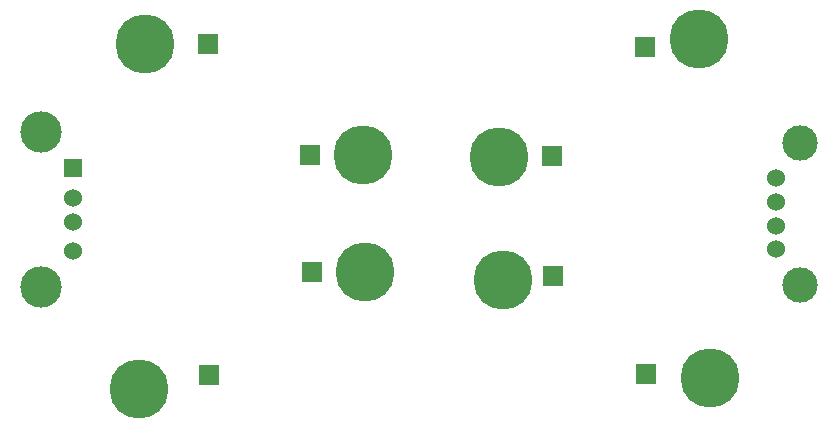
<source format=gbl>
%TF.GenerationSoftware,KiCad,Pcbnew,5.1.10-88a1d61d58~88~ubuntu20.04.1*%
%TF.CreationDate,2021-05-09T22:43:12+02:00*%
%TF.ProjectId,USBConnectorTester,55534243-6f6e-46e6-9563-746f72546573,rev?*%
%TF.SameCoordinates,Original*%
%TF.FileFunction,Copper,L2,Bot*%
%TF.FilePolarity,Positive*%
%FSLAX46Y46*%
G04 Gerber Fmt 4.6, Leading zero omitted, Abs format (unit mm)*
G04 Created by KiCad (PCBNEW 5.1.10-88a1d61d58~88~ubuntu20.04.1) date 2021-05-09 22:43:12*
%MOMM*%
%LPD*%
G01*
G04 APERTURE LIST*
%TA.AperFunction,ComponentPad*%
%ADD10C,5.000000*%
%TD*%
%TA.AperFunction,ComponentPad*%
%ADD11R,1.700000X1.700000*%
%TD*%
%TA.AperFunction,ComponentPad*%
%ADD12C,1.524000*%
%TD*%
%TA.AperFunction,ComponentPad*%
%ADD13R,1.524000X1.524000*%
%TD*%
%TA.AperFunction,ComponentPad*%
%ADD14C,3.500000*%
%TD*%
%TA.AperFunction,ComponentPad*%
%ADD15C,3.000000*%
%TD*%
G04 APERTURE END LIST*
D10*
X170000000Y-113820000D03*
X169110000Y-85130000D03*
X152170000Y-95110000D03*
X152490000Y-105480000D03*
X140800000Y-104850000D03*
X121650000Y-114770000D03*
X122220000Y-85570000D03*
X140620000Y-94950000D03*
D11*
X136150000Y-94950000D03*
X136340000Y-104810000D03*
X127490000Y-85520000D03*
X127640000Y-113590000D03*
D12*
X116070000Y-103080000D03*
X116070000Y-100580000D03*
X116070000Y-98580000D03*
D13*
X116070000Y-96080000D03*
D14*
X113360000Y-93010000D03*
X113360000Y-106150000D03*
D11*
X164590000Y-113490000D03*
X156620000Y-95060000D03*
X156770000Y-105220000D03*
X164510000Y-85800000D03*
D15*
X177630000Y-93910000D03*
X177630000Y-105910000D03*
D12*
X175630000Y-96910000D03*
X175630000Y-98910000D03*
X175630000Y-100910000D03*
X175630000Y-102910000D03*
M02*

</source>
